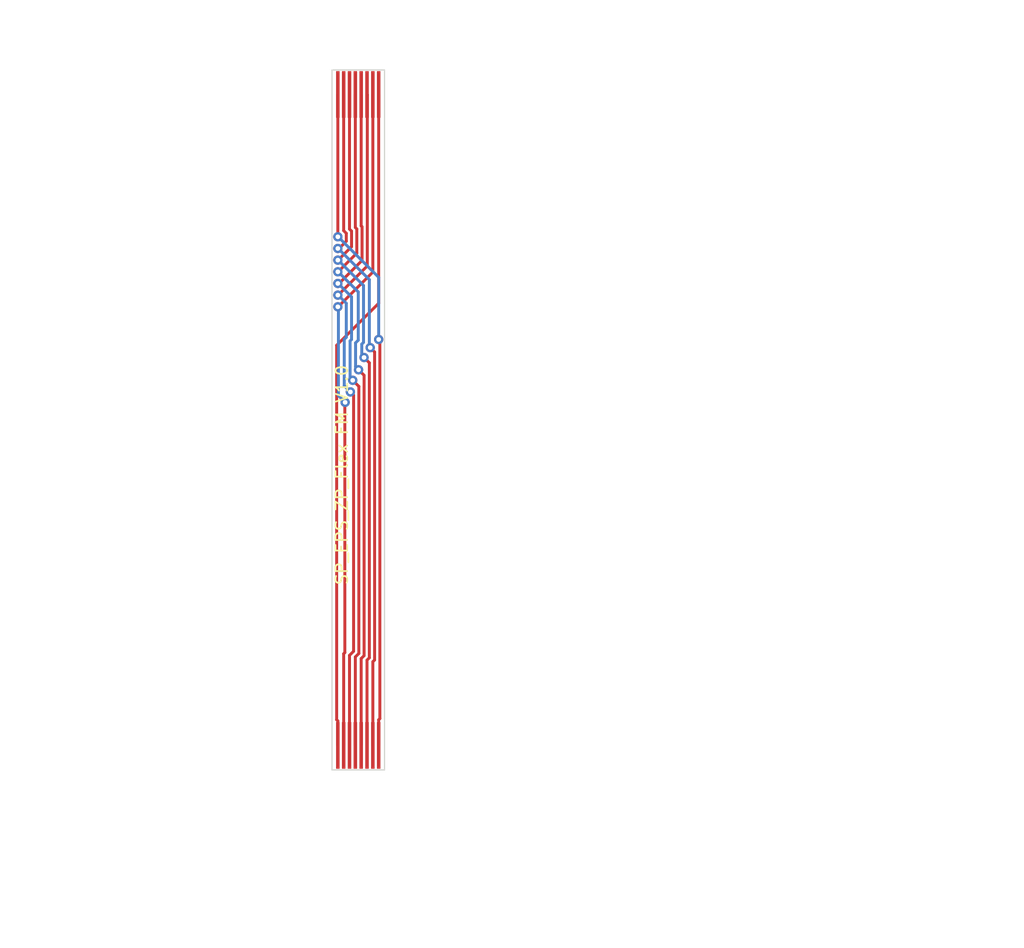
<source format=kicad_pcb>
(kicad_pcb (version 20240108) (generator "pcbnew") (generator_version "8.0")
  (layers (0 "F.Cu" signal) (31 "B.Cu" signal) (34 "B.Paste" user) (35 "F.Paste" user) (36 "B.SilkS" user "B.Silkscreen") (37 "F.SilkS" user "F.Silkscreen") (38 "B.Mask" user) (39 "F.Mask" user) (44 "Edge.Cuts" user))
  (net 0 "")
  (net 1 "8")
  (net 2 "7")
  (net 3 "6")
  (net 4 "5")
  (net 5 "4")
  (net 6 "3")
  (net 7 "2")
  (net 8 "1")
  (footprint "STS_connector:flexpcb con." (layer "F.Cu") (at 120 114.9)
    (property "Reference" "J2" (hide yes))
    (property "Value" "Conn_01x08_Male")
    (pad "1" smd rect (at 0.5 -2) (size 0.3 4) (layers "F.Cu" "F.Paste" "F.Mask") (net 8 "1"))
    (pad "2" smd rect (at 1 -2) (size 0.3 4) (layers "F.Cu" "F.Paste" "F.Mask") (net 7 "2"))
    (pad "3" smd rect (at 1.5 -2) (size 0.3 4) (layers "F.Cu" "F.Paste" "F.Mask") (net 6 "3"))
    (pad "4" smd rect (at 2 -2) (size 0.3 4) (layers "F.Cu" "F.Paste" "F.Mask") (net 5 "4"))
    (pad "5" smd rect (at 2.5 -2) (size 0.3 4) (layers "F.Cu" "F.Paste" "F.Mask") (net 4 "5"))
    (pad "6" smd rect (at 3 -2) (size 0.3 4) (layers "F.Cu" "F.Paste" "F.Mask") (net 3 "6"))
    (pad "7" smd rect (at 3.5 -2) (size 0.3 4) (layers "F.Cu" "F.Paste" "F.Mask") (net 2 "7"))
    (pad "8" smd rect (at 4 -2) (size 0.3 4) (layers "F.Cu" "F.Paste" "F.Mask") (net 1 "8"))
  )
  (footprint "STS_connector:flexpcb con." (layer "F.Cu") (at 120 59.1)
    (property "Reference" "J1" (hide yes))
    (property "Value" "Conn_01x08_Male")
    (pad "1" smd rect (at 0.5 -2) (size 0.3 4) (layers "F.Cu" "F.Paste" "F.Mask") (net 1 "8"))
    (pad "2" smd rect (at 1 -2) (size 0.3 4) (layers "F.Cu" "F.Paste" "F.Mask") (net 2 "7"))
    (pad "3" smd rect (at 1.5 -2) (size 0.3 4) (layers "F.Cu" "F.Paste" "F.Mask") (net 3 "6"))
    (pad "4" smd rect (at 2 -2) (size 0.3 4) (layers "F.Cu" "F.Paste" "F.Mask") (net 4 "5"))
    (pad "5" smd rect (at 2.5 -2) (size 0.3 4) (layers "F.Cu" "F.Paste" "F.Mask") (net 5 "4"))
    (pad "6" smd rect (at 3 -2) (size 0.3 4) (layers "F.Cu" "F.Paste" "F.Mask") (net 6 "3"))
    (pad "7" smd rect (at 3.5 -2) (size 0.3 4) (layers "F.Cu" "F.Paste" "F.Mask") (net 7 "2"))
    (pad "8" smd rect (at 4 -2) (size 0.3 4) (layers "F.Cu" "F.Paste" "F.Mask") (net 8 "1"))
  )
  (gr_line (start 120 115) (end 124.5 115) (stroke (width 0.1)) (layer "Edge.Cuts"))
  (gr_line (start 120 55) (end 120 115) (stroke (width 0.1)) (layer "Edge.Cuts"))
  (gr_line (start 120 55) (end 124.5 55) (stroke (width 0.1)) (layer "Edge.Cuts"))
  (gr_line (start 124.5 55) (end 124.5 115) (stroke (width 0.1)) (layer "Edge.Cuts"))
  (gr_text "SP_EPS_ZP_Flex FM V1.0" (at 121.4318 99.2436 90) (layer "F.SilkS") (effects (font (size 1 1)) (justify left bottom)))
  (segment (start 124 78.1) (end 124.1 78.2) (width 0.25) (layer "F.Cu") (net 1))
  (segment (start 124.1 110.6) (end 124 110.7) (width 0.25) (layer "F.Cu") (net 1))
  (segment (start 120.5 57.1) (end 120.5 69.3) (width 0.25) (layer "F.Cu") (net 1))
  (segment (start 124 110.7) (end 124 112.9) (width 0.25) (layer "F.Cu") (net 1))
  (segment (start 124.1 78.2) (end 124.1 110.6) (width 0.25) (layer "F.Cu") (net 1))
  (via (at 124 78.1) (size 0.8) (drill 0.4) (layers "F.Cu" "B.Cu") (net 1))
  (via (at 120.5 69.3) (size 0.8) (drill 0.4) (layers "F.Cu" "B.Cu") (net 1))
  (segment (start 120.5 69.3) (end 120.525302 69.3) (width 0.25) (layer "B.Cu") (net 1))
  (segment (start 124 72.774698) (end 124 78.1) (width 0.25) (layer "B.Cu") (net 1))
  (segment (start 120.525302 69.3) (end 124 72.774698) (width 0.25) (layer "B.Cu") (net 1))
  (segment (start 123.65 105.575) (end 123.5 105.725) (width 0.25) (layer "F.Cu") (net 2))
  (segment (start 121 57.1) (end 121 68.774695) (width 0.25) (layer "F.Cu") (net 2))
  (segment (start 123.275 78.8) (end 123.65 79.175) (width 0.25) (layer "F.Cu") (net 2))
  (segment (start 121.225 69.679318) (end 120.604315 70.300003) (width 0.25) (layer "F.Cu") (net 2))
  (segment (start 123.5 105.725) (end 123.5 112.9) (width 0.25) (layer "F.Cu") (net 2))
  (segment (start 121 68.774695) (end 121.225 68.999695) (width 0.25) (layer "F.Cu") (net 2))
  (segment (start 120.604315 70.300003) (end 120.5 70.300003) (width 0.25) (layer "F.Cu") (net 2))
  (segment (start 123.65 79.175) (end 123.65 105.575) (width 0.25) (layer "F.Cu") (net 2))
  (segment (start 121.225 68.999695) (end 121.225 69.679318) (width 0.25) (layer "F.Cu") (net 2))
  (via (at 123.275 78.8) (size 0.8) (drill 0.4) (layers "F.Cu" "B.Cu") (net 2))
  (via (at 120.5 70.300003) (size 0.8) (drill 0.4) (layers "F.Cu" "B.Cu") (net 2))
  (segment (start 120.5 70.300003) (end 120.525302 70.300003) (width 0.25) (layer "B.Cu") (net 2))
  (segment (start 123.2 78.725) (end 123.275 78.8) (width 0.25) (layer "B.Cu") (net 2))
  (segment (start 123.2 72.974701) (end 123.2 78.725) (width 0.25) (layer "B.Cu") (net 2))
  (segment (start 120.525302 70.300003) (end 123.2 72.974701) (width 0.25) (layer "B.Cu") (net 2))
  (segment (start 121.675 70.150308) (end 120.525302 71.300006) (width 0.25) (layer "F.Cu") (net 3))
  (segment (start 123.2 80.103) (end 123.2 105.388604) (width 0.25) (layer "F.Cu") (net 3))
  (segment (start 121.675 68.813299) (end 121.675 70.150308) (width 0.25) (layer "F.Cu") (net 3))
  (segment (start 121.5 57.1) (end 121.5 68.638299) (width 0.25) (layer "F.Cu") (net 3))
  (segment (start 123.2 105.388604) (end 123 105.588604) (width 0.25) (layer "F.Cu") (net 3))
  (segment (start 122.745 79.648) (end 123.2 80.103) (width 0.25) (layer "F.Cu") (net 3))
  (segment (start 123 105.588604) (end 123 112.9) (width 0.25) (layer "F.Cu") (net 3))
  (segment (start 120.525302 71.300006) (end 120.5 71.300006) (width 0.25) (layer "F.Cu") (net 3))
  (segment (start 121.5 68.638299) (end 121.675 68.813299) (width 0.25) (layer "F.Cu") (net 3))
  (via (at 120.5 71.300006) (size 0.8) (drill 0.4) (layers "F.Cu" "B.Cu") (net 3))
  (via (at 122.745 79.648) (size 0.8) (drill 0.4) (layers "F.Cu" "B.Cu") (net 3))
  (segment (start 122.7 78.349695) (end 122.55 78.499695) (width 0.25) (layer "B.Cu") (net 3))
  (segment (start 122.55 79.453) (end 122.745 79.648) (width 0.25) (layer "B.Cu") (net 3))
  (segment (start 120.5 71.300006) (end 120.525302 71.300006) (width 0.25) (layer "B.Cu") (net 3))
  (segment (start 120.525302 71.300006) (end 122.7 73.474704) (width 0.25) (layer "B.Cu") (net 3))
  (segment (start 122.55 78.499695) (end 122.55 79.453) (width 0.25) (layer "B.Cu") (net 3))
  (segment (start 122.7 73.474704) (end 122.7 78.349695) (width 0.25) (layer "B.Cu") (net 3))
  (segment (start 122.75 81.175) (end 122.75 105.202208) (width 0.25) (layer "F.Cu") (net 4))
  (segment (start 122.5 105.452208) (end 122.5 112.9) (width 0.25) (layer "F.Cu") (net 4))
  (segment (start 122.125 70.700311) (end 120.525302 72.300009) (width 0.25) (layer "F.Cu") (net 4))
  (segment (start 122.275 80.7) (end 122.75 81.175) (width 0.25) (layer "F.Cu") (net 4))
  (segment (start 120.525302 72.300009) (end 120.5 72.300009) (width 0.25) (layer "F.Cu") (net 4))
  (segment (start 122 57.1) (end 122 68.501903) (width 0.25) (layer "F.Cu") (net 4))
  (segment (start 122 68.501903) (end 122.125 68.626903) (width 0.25) (layer "F.Cu") (net 4))
  (segment (start 122.75 105.202208) (end 122.5 105.452208) (width 0.25) (layer "F.Cu") (net 4))
  (segment (start 122.125 68.626903) (end 122.125 70.700311) (width 0.25) (layer "F.Cu") (net 4))
  (via (at 122.275 80.7) (size 0.8) (drill 0.4) (layers "F.Cu" "B.Cu") (net 4))
  (via (at 120.5 72.300009) (size 0.8) (drill 0.4) (layers "F.Cu" "B.Cu") (net 4))
  (segment (start 122.02 80.445) (end 122.02 78.393299) (width 0.25) (layer "B.Cu") (net 4))
  (segment (start 120.525302 72.300009) (end 120.5 72.300009) (width 0.25) (layer "B.Cu") (net 4))
  (segment (start 122.02 78.393299) (end 122.25 78.163299) (width 0.25) (layer "B.Cu") (net 4))
  (segment (start 122.25 74.024707) (end 120.525302 72.300009) (width 0.25) (layer "B.Cu") (net 4))
  (segment (start 122.25 78.163299) (end 122.25 74.024707) (width 0.25) (layer "B.Cu") (net 4))
  (segment (start 122.275 80.7) (end 122.02 80.445) (width 0.25) (layer "B.Cu") (net 4))
  (segment (start 122.575 71.329328) (end 120.604316 73.300012) (width 0.25) (layer "F.Cu") (net 5))
  (segment (start 120.604316 73.300012) (end 120.5 73.300012) (width 0.25) (layer "F.Cu") (net 5))
  (segment (start 122.5 57.1) (end 122.5 68.365507) (width 0.25) (layer "F.Cu") (net 5))
  (segment (start 122.5 68.365507) (end 122.575 68.440507) (width 0.25) (layer "F.Cu") (net 5))
  (segment (start 122.3 105.015812) (end 122 105.315812) (width 0.25) (layer "F.Cu") (net 5))
  (segment (start 121.775 81.6) (end 122.3 82.125) (width 0.25) (layer "F.Cu") (net 5))
  (segment (start 122 105.315812) (end 122 112.9) (width 0.25) (layer "F.Cu") (net 5))
  (segment (start 122.575 68.440507) (end 122.575 71.329328) (width 0.25) (layer "F.Cu") (net 5))
  (segment (start 122.3 82.125) (end 122.3 105.015812) (width 0.25) (layer "F.Cu") (net 5))
  (via (at 121.775 81.6) (size 0.8) (drill 0.4) (layers "F.Cu" "B.Cu") (net 5))
  (via (at 120.5 73.300012) (size 0.8) (drill 0.4) (layers "F.Cu" "B.Cu") (net 5))
  (segment (start 121.675 74.44971) (end 120.525302 73.300012) (width 0.25) (layer "B.Cu") (net 5))
  (segment (start 121.55 81.375) (end 121.55 78.226903) (width 0.25) (layer "B.Cu") (net 5))
  (segment (start 121.775 81.6) (end 121.55 81.375) (width 0.25) (layer "B.Cu") (net 5))
  (segment (start 121.55 78.226903) (end 121.675 78.101903) (width 0.25) (layer "B.Cu") (net 5))
  (segment (start 120.525302 73.300012) (end 120.5 73.300012) (width 0.25) (layer "B.Cu") (net 5))
  (segment (start 121.675 78.101903) (end 121.675 74.44971) (width 0.25) (layer "B.Cu") (net 5))
  (segment (start 121.85 82.871548) (end 121.85 104.829416) (width 0.25) (layer "F.Cu") (net 6))
  (segment (start 121.5 105.179416) (end 121.5 112.9) (width 0.25) (layer "F.Cu") (net 6))
  (segment (start 123.025 71.800317) (end 120.525302 74.300015) (width 0.25) (layer "F.Cu") (net 6))
  (segment (start 121.85 104.829416) (end 121.5 105.179416) (width 0.25) (layer "F.Cu") (net 6))
  (segment (start 123.025 57.125) (end 123.025 71.800317) (width 0.25) (layer "F.Cu") (net 6))
  (segment (start 123 57.1) (end 123.025 57.125) (width 0.25) (layer "F.Cu") (net 6))
  (segment (start 121.575 82.596548) (end 121.85 82.871548) (width 0.25) (layer "F.Cu") (net 6))
  (segment (start 120.525302 74.300015) (end 120.5 74.300015) (width 0.25) (layer "F.Cu") (net 6))
  (via (at 121.575 82.596548) (size 0.8) (drill 0.4) (layers "F.Cu" "B.Cu") (net 6))
  (via (at 120.5 74.300015) (size 0.8) (drill 0.4) (layers "F.Cu" "B.Cu") (net 6))
  (segment (start 121.225 74.999713) (end 120.525302 74.300015) (width 0.25) (layer "B.Cu") (net 6))
  (segment (start 121.05 82.071548) (end 121.05 78.090507) (width 0.25) (layer "B.Cu") (net 6))
  (segment (start 121.05 78.090507) (end 121.225 77.915507) (width 0.25) (layer "B.Cu") (net 6))
  (segment (start 120.525302 74.300015) (end 120.5 74.300015) (width 0.25) (layer "B.Cu") (net 6))
  (segment (start 121.225 77.915507) (end 121.225 74.999713) (width 0.25) (layer "B.Cu") (net 6))
  (segment (start 121.575 82.596548) (end 121.05 82.071548) (width 0.25) (layer "B.Cu") (net 6))
  (segment (start 123.5 72.32532) (end 120.525302 75.300018) (width 0.25) (layer "F.Cu") (net 7))
  (segment (start 121.125 83.489579) (end 121.1 83.514579) (width 0.25) (layer "F.Cu") (net 7))
  (segment (start 120.525302 75.300018) (end 120.5 75.300018) (width 0.25) (layer "F.Cu") (net 7))
  (segment (start 121.1 104.94302) (end 121 105.04302) (width 0.25) (layer "F.Cu") (net 7))
  (segment (start 123.5 57.1) (end 123.5 72.32532) (width 0.25) (layer "F.Cu") (net 7))
  (segment (start 121.1 83.514579) (end 121.1 104.94302) (width 0.25) (layer "F.Cu") (net 7))
  (segment (start 121 105.04302) (end 121 112.9) (width 0.25) (layer "F.Cu") (net 7))
  (via (at 121.125 83.489579) (size 0.8) (drill 0.4) (layers "F.Cu" "B.Cu") (net 7))
  (via (at 120.5 75.300018) (size 0.8) (drill 0.4) (layers "F.Cu" "B.Cu") (net 7))
  (segment (start 121.125 83.489579) (end 120.55 82.914579) (width 0.25) (layer "B.Cu") (net 7))
  (segment (start 120.55 82.914579) (end 120.55 75.350018) (width 0.25) (layer "B.Cu") (net 7))
  (segment (start 120.55 75.350018) (end 120.5 75.300018) (width 0.25) (layer "B.Cu") (net 7))
  (segment (start 120.5 110.8) (end 120.5 112.9) (width 0.25) (layer "F.Cu") (net 8))
  (segment (start 120.4 110.7) (end 120.5 110.8) (width 0.25) (layer "F.Cu") (net 8))
  (segment (start 124 57.1) (end 124 75) (width 0.25) (layer "F.Cu") (net 8))
  (segment (start 124 75) (end 120.4 78.6) (width 0.25) (layer "F.Cu") (net 8))
  (segment (start 120.4 78.6) (end 120.4 110.7) (width 0.25) (layer "F.Cu") (net 8))
)
</source>
